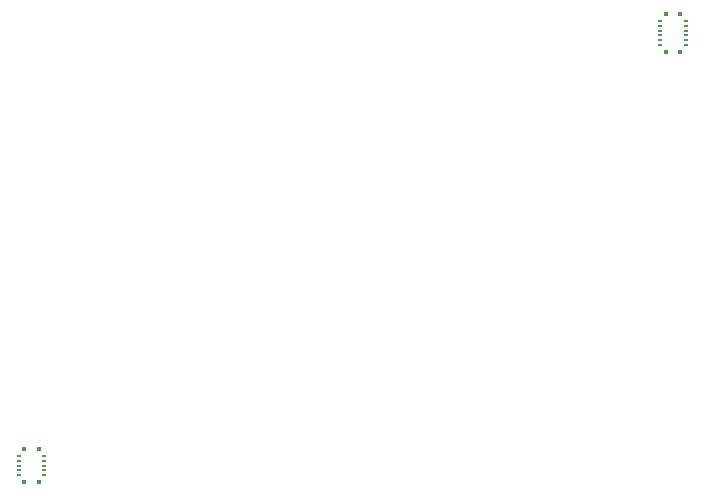
<source format=gbr>
%TF.GenerationSoftware,KiCad,Pcbnew,8.0.5*%
%TF.CreationDate,2025-02-13T07:49:46+01:00*%
%TF.ProjectId,flexpcb,666c6578-7063-4622-9e6b-696361645f70,rev?*%
%TF.SameCoordinates,Original*%
%TF.FileFunction,Paste,Top*%
%TF.FilePolarity,Positive*%
%FSLAX46Y46*%
G04 Gerber Fmt 4.6, Leading zero omitted, Abs format (unit mm)*
G04 Created by KiCad (PCBNEW 8.0.5) date 2025-02-13 07:49:46*
%MOMM*%
%LPD*%
G01*
G04 APERTURE LIST*
%ADD10R,0.350000X0.240000*%
%ADD11R,0.420000X0.300000*%
G04 APERTURE END LIST*
D10*
%TO.C,J2*%
X194140000Y-77660000D03*
X191990000Y-77660000D03*
X194140000Y-77260000D03*
X191990000Y-77260000D03*
X194140000Y-76860000D03*
X191990000Y-76860000D03*
X194140000Y-76460000D03*
X191990000Y-76460000D03*
X194140000Y-76060000D03*
X191990000Y-76060000D03*
X194140000Y-75660000D03*
X191990000Y-75660000D03*
D11*
X193695000Y-78290000D03*
X192435000Y-78290000D03*
X193695000Y-75030000D03*
X192435000Y-75030000D03*
%TD*%
D10*
%TO.C,J1*%
X137680000Y-114070000D03*
X137680000Y-113670000D03*
X137680000Y-113270000D03*
X137680000Y-112870000D03*
X137680000Y-112470000D03*
X139830000Y-114070000D03*
X139830000Y-113670000D03*
X139830000Y-113270000D03*
X139830000Y-112870000D03*
X139830000Y-112470000D03*
D11*
X138125000Y-114700000D03*
X138125000Y-111840000D03*
X139385000Y-114700000D03*
X139385000Y-111840000D03*
%TD*%
M02*

</source>
